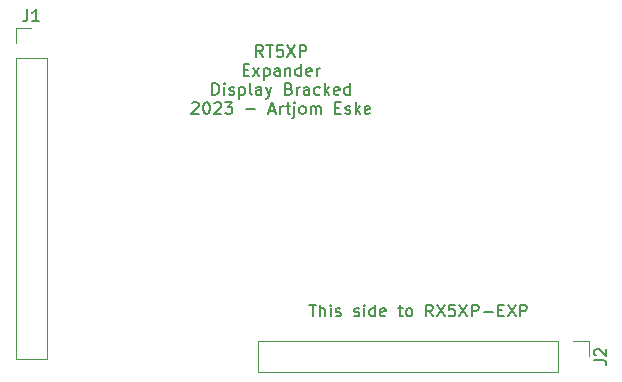
<source format=gbr>
%TF.GenerationSoftware,KiCad,Pcbnew,(6.0.8)*%
%TF.CreationDate,2023-03-11T21:42:28+01:00*%
%TF.ProjectId,RT5XP-EXP-Display,52543558-502d-4455-9850-2d446973706c,rev?*%
%TF.SameCoordinates,Original*%
%TF.FileFunction,Legend,Top*%
%TF.FilePolarity,Positive*%
%FSLAX46Y46*%
G04 Gerber Fmt 4.6, Leading zero omitted, Abs format (unit mm)*
G04 Created by KiCad (PCBNEW (6.0.8)) date 2023-03-11 21:42:28*
%MOMM*%
%LPD*%
G01*
G04 APERTURE LIST*
%ADD10C,0.150000*%
%ADD11C,0.120000*%
G04 APERTURE END LIST*
D10*
X24838095Y-23402380D02*
X25409523Y-23402380D01*
X25123809Y-24402380D02*
X25123809Y-23402380D01*
X25742857Y-24402380D02*
X25742857Y-23402380D01*
X26171428Y-24402380D02*
X26171428Y-23878571D01*
X26123809Y-23783333D01*
X26028571Y-23735714D01*
X25885714Y-23735714D01*
X25790476Y-23783333D01*
X25742857Y-23830952D01*
X26647619Y-24402380D02*
X26647619Y-23735714D01*
X26647619Y-23402380D02*
X26600000Y-23450000D01*
X26647619Y-23497619D01*
X26695238Y-23450000D01*
X26647619Y-23402380D01*
X26647619Y-23497619D01*
X27076190Y-24354761D02*
X27171428Y-24402380D01*
X27361904Y-24402380D01*
X27457142Y-24354761D01*
X27504761Y-24259523D01*
X27504761Y-24211904D01*
X27457142Y-24116666D01*
X27361904Y-24069047D01*
X27219047Y-24069047D01*
X27123809Y-24021428D01*
X27076190Y-23926190D01*
X27076190Y-23878571D01*
X27123809Y-23783333D01*
X27219047Y-23735714D01*
X27361904Y-23735714D01*
X27457142Y-23783333D01*
X28647619Y-24354761D02*
X28742857Y-24402380D01*
X28933333Y-24402380D01*
X29028571Y-24354761D01*
X29076190Y-24259523D01*
X29076190Y-24211904D01*
X29028571Y-24116666D01*
X28933333Y-24069047D01*
X28790476Y-24069047D01*
X28695238Y-24021428D01*
X28647619Y-23926190D01*
X28647619Y-23878571D01*
X28695238Y-23783333D01*
X28790476Y-23735714D01*
X28933333Y-23735714D01*
X29028571Y-23783333D01*
X29504761Y-24402380D02*
X29504761Y-23735714D01*
X29504761Y-23402380D02*
X29457142Y-23450000D01*
X29504761Y-23497619D01*
X29552380Y-23450000D01*
X29504761Y-23402380D01*
X29504761Y-23497619D01*
X30409523Y-24402380D02*
X30409523Y-23402380D01*
X30409523Y-24354761D02*
X30314285Y-24402380D01*
X30123809Y-24402380D01*
X30028571Y-24354761D01*
X29980952Y-24307142D01*
X29933333Y-24211904D01*
X29933333Y-23926190D01*
X29980952Y-23830952D01*
X30028571Y-23783333D01*
X30123809Y-23735714D01*
X30314285Y-23735714D01*
X30409523Y-23783333D01*
X31266666Y-24354761D02*
X31171428Y-24402380D01*
X30980952Y-24402380D01*
X30885714Y-24354761D01*
X30838095Y-24259523D01*
X30838095Y-23878571D01*
X30885714Y-23783333D01*
X30980952Y-23735714D01*
X31171428Y-23735714D01*
X31266666Y-23783333D01*
X31314285Y-23878571D01*
X31314285Y-23973809D01*
X30838095Y-24069047D01*
X32361904Y-23735714D02*
X32742857Y-23735714D01*
X32504761Y-23402380D02*
X32504761Y-24259523D01*
X32552380Y-24354761D01*
X32647619Y-24402380D01*
X32742857Y-24402380D01*
X33219047Y-24402380D02*
X33123809Y-24354761D01*
X33076190Y-24307142D01*
X33028571Y-24211904D01*
X33028571Y-23926190D01*
X33076190Y-23830952D01*
X33123809Y-23783333D01*
X33219047Y-23735714D01*
X33361904Y-23735714D01*
X33457142Y-23783333D01*
X33504761Y-23830952D01*
X33552380Y-23926190D01*
X33552380Y-24211904D01*
X33504761Y-24307142D01*
X33457142Y-24354761D01*
X33361904Y-24402380D01*
X33219047Y-24402380D01*
X35314285Y-24402380D02*
X34980952Y-23926190D01*
X34742857Y-24402380D02*
X34742857Y-23402380D01*
X35123809Y-23402380D01*
X35219047Y-23450000D01*
X35266666Y-23497619D01*
X35314285Y-23592857D01*
X35314285Y-23735714D01*
X35266666Y-23830952D01*
X35219047Y-23878571D01*
X35123809Y-23926190D01*
X34742857Y-23926190D01*
X35647619Y-23402380D02*
X36314285Y-24402380D01*
X36314285Y-23402380D02*
X35647619Y-24402380D01*
X37171428Y-23402380D02*
X36695238Y-23402380D01*
X36647619Y-23878571D01*
X36695238Y-23830952D01*
X36790476Y-23783333D01*
X37028571Y-23783333D01*
X37123809Y-23830952D01*
X37171428Y-23878571D01*
X37219047Y-23973809D01*
X37219047Y-24211904D01*
X37171428Y-24307142D01*
X37123809Y-24354761D01*
X37028571Y-24402380D01*
X36790476Y-24402380D01*
X36695238Y-24354761D01*
X36647619Y-24307142D01*
X37552380Y-23402380D02*
X38219047Y-24402380D01*
X38219047Y-23402380D02*
X37552380Y-24402380D01*
X38600000Y-24402380D02*
X38600000Y-23402380D01*
X38980952Y-23402380D01*
X39076190Y-23450000D01*
X39123809Y-23497619D01*
X39171428Y-23592857D01*
X39171428Y-23735714D01*
X39123809Y-23830952D01*
X39076190Y-23878571D01*
X38980952Y-23926190D01*
X38600000Y-23926190D01*
X39600000Y-24021428D02*
X40361904Y-24021428D01*
X40838095Y-23878571D02*
X41171428Y-23878571D01*
X41314285Y-24402380D02*
X40838095Y-24402380D01*
X40838095Y-23402380D01*
X41314285Y-23402380D01*
X41647619Y-23402380D02*
X42314285Y-24402380D01*
X42314285Y-23402380D02*
X41647619Y-24402380D01*
X42695238Y-24402380D02*
X42695238Y-23402380D01*
X43076190Y-23402380D01*
X43171428Y-23450000D01*
X43219047Y-23497619D01*
X43266666Y-23592857D01*
X43266666Y-23735714D01*
X43219047Y-23830952D01*
X43171428Y-23878571D01*
X43076190Y-23926190D01*
X42695238Y-23926190D01*
X20926190Y-2437380D02*
X20592857Y-1961190D01*
X20354761Y-2437380D02*
X20354761Y-1437380D01*
X20735714Y-1437380D01*
X20830952Y-1485000D01*
X20878571Y-1532619D01*
X20926190Y-1627857D01*
X20926190Y-1770714D01*
X20878571Y-1865952D01*
X20830952Y-1913571D01*
X20735714Y-1961190D01*
X20354761Y-1961190D01*
X21211904Y-1437380D02*
X21783333Y-1437380D01*
X21497619Y-2437380D02*
X21497619Y-1437380D01*
X22592857Y-1437380D02*
X22116666Y-1437380D01*
X22069047Y-1913571D01*
X22116666Y-1865952D01*
X22211904Y-1818333D01*
X22450000Y-1818333D01*
X22545238Y-1865952D01*
X22592857Y-1913571D01*
X22640476Y-2008809D01*
X22640476Y-2246904D01*
X22592857Y-2342142D01*
X22545238Y-2389761D01*
X22450000Y-2437380D01*
X22211904Y-2437380D01*
X22116666Y-2389761D01*
X22069047Y-2342142D01*
X22973809Y-1437380D02*
X23640476Y-2437380D01*
X23640476Y-1437380D02*
X22973809Y-2437380D01*
X24021428Y-2437380D02*
X24021428Y-1437380D01*
X24402380Y-1437380D01*
X24497619Y-1485000D01*
X24545238Y-1532619D01*
X24592857Y-1627857D01*
X24592857Y-1770714D01*
X24545238Y-1865952D01*
X24497619Y-1913571D01*
X24402380Y-1961190D01*
X24021428Y-1961190D01*
X19283333Y-3523571D02*
X19616666Y-3523571D01*
X19759523Y-4047380D02*
X19283333Y-4047380D01*
X19283333Y-3047380D01*
X19759523Y-3047380D01*
X20092857Y-4047380D02*
X20616666Y-3380714D01*
X20092857Y-3380714D02*
X20616666Y-4047380D01*
X20997619Y-3380714D02*
X20997619Y-4380714D01*
X20997619Y-3428333D02*
X21092857Y-3380714D01*
X21283333Y-3380714D01*
X21378571Y-3428333D01*
X21426190Y-3475952D01*
X21473809Y-3571190D01*
X21473809Y-3856904D01*
X21426190Y-3952142D01*
X21378571Y-3999761D01*
X21283333Y-4047380D01*
X21092857Y-4047380D01*
X20997619Y-3999761D01*
X22330952Y-4047380D02*
X22330952Y-3523571D01*
X22283333Y-3428333D01*
X22188095Y-3380714D01*
X21997619Y-3380714D01*
X21902380Y-3428333D01*
X22330952Y-3999761D02*
X22235714Y-4047380D01*
X21997619Y-4047380D01*
X21902380Y-3999761D01*
X21854761Y-3904523D01*
X21854761Y-3809285D01*
X21902380Y-3714047D01*
X21997619Y-3666428D01*
X22235714Y-3666428D01*
X22330952Y-3618809D01*
X22807142Y-3380714D02*
X22807142Y-4047380D01*
X22807142Y-3475952D02*
X22854761Y-3428333D01*
X22950000Y-3380714D01*
X23092857Y-3380714D01*
X23188095Y-3428333D01*
X23235714Y-3523571D01*
X23235714Y-4047380D01*
X24140476Y-4047380D02*
X24140476Y-3047380D01*
X24140476Y-3999761D02*
X24045238Y-4047380D01*
X23854761Y-4047380D01*
X23759523Y-3999761D01*
X23711904Y-3952142D01*
X23664285Y-3856904D01*
X23664285Y-3571190D01*
X23711904Y-3475952D01*
X23759523Y-3428333D01*
X23854761Y-3380714D01*
X24045238Y-3380714D01*
X24140476Y-3428333D01*
X24997619Y-3999761D02*
X24902380Y-4047380D01*
X24711904Y-4047380D01*
X24616666Y-3999761D01*
X24569047Y-3904523D01*
X24569047Y-3523571D01*
X24616666Y-3428333D01*
X24711904Y-3380714D01*
X24902380Y-3380714D01*
X24997619Y-3428333D01*
X25045238Y-3523571D01*
X25045238Y-3618809D01*
X24569047Y-3714047D01*
X25473809Y-4047380D02*
X25473809Y-3380714D01*
X25473809Y-3571190D02*
X25521428Y-3475952D01*
X25569047Y-3428333D01*
X25664285Y-3380714D01*
X25759523Y-3380714D01*
X16640476Y-5657380D02*
X16640476Y-4657380D01*
X16878571Y-4657380D01*
X17021428Y-4705000D01*
X17116666Y-4800238D01*
X17164285Y-4895476D01*
X17211904Y-5085952D01*
X17211904Y-5228809D01*
X17164285Y-5419285D01*
X17116666Y-5514523D01*
X17021428Y-5609761D01*
X16878571Y-5657380D01*
X16640476Y-5657380D01*
X17640476Y-5657380D02*
X17640476Y-4990714D01*
X17640476Y-4657380D02*
X17592857Y-4705000D01*
X17640476Y-4752619D01*
X17688095Y-4705000D01*
X17640476Y-4657380D01*
X17640476Y-4752619D01*
X18069047Y-5609761D02*
X18164285Y-5657380D01*
X18354761Y-5657380D01*
X18450000Y-5609761D01*
X18497619Y-5514523D01*
X18497619Y-5466904D01*
X18450000Y-5371666D01*
X18354761Y-5324047D01*
X18211904Y-5324047D01*
X18116666Y-5276428D01*
X18069047Y-5181190D01*
X18069047Y-5133571D01*
X18116666Y-5038333D01*
X18211904Y-4990714D01*
X18354761Y-4990714D01*
X18450000Y-5038333D01*
X18926190Y-4990714D02*
X18926190Y-5990714D01*
X18926190Y-5038333D02*
X19021428Y-4990714D01*
X19211904Y-4990714D01*
X19307142Y-5038333D01*
X19354761Y-5085952D01*
X19402380Y-5181190D01*
X19402380Y-5466904D01*
X19354761Y-5562142D01*
X19307142Y-5609761D01*
X19211904Y-5657380D01*
X19021428Y-5657380D01*
X18926190Y-5609761D01*
X19973809Y-5657380D02*
X19878571Y-5609761D01*
X19830952Y-5514523D01*
X19830952Y-4657380D01*
X20783333Y-5657380D02*
X20783333Y-5133571D01*
X20735714Y-5038333D01*
X20640476Y-4990714D01*
X20450000Y-4990714D01*
X20354761Y-5038333D01*
X20783333Y-5609761D02*
X20688095Y-5657380D01*
X20450000Y-5657380D01*
X20354761Y-5609761D01*
X20307142Y-5514523D01*
X20307142Y-5419285D01*
X20354761Y-5324047D01*
X20450000Y-5276428D01*
X20688095Y-5276428D01*
X20783333Y-5228809D01*
X21164285Y-4990714D02*
X21402380Y-5657380D01*
X21640476Y-4990714D02*
X21402380Y-5657380D01*
X21307142Y-5895476D01*
X21259523Y-5943095D01*
X21164285Y-5990714D01*
X23116666Y-5133571D02*
X23259523Y-5181190D01*
X23307142Y-5228809D01*
X23354761Y-5324047D01*
X23354761Y-5466904D01*
X23307142Y-5562142D01*
X23259523Y-5609761D01*
X23164285Y-5657380D01*
X22783333Y-5657380D01*
X22783333Y-4657380D01*
X23116666Y-4657380D01*
X23211904Y-4705000D01*
X23259523Y-4752619D01*
X23307142Y-4847857D01*
X23307142Y-4943095D01*
X23259523Y-5038333D01*
X23211904Y-5085952D01*
X23116666Y-5133571D01*
X22783333Y-5133571D01*
X23783333Y-5657380D02*
X23783333Y-4990714D01*
X23783333Y-5181190D02*
X23830952Y-5085952D01*
X23878571Y-5038333D01*
X23973809Y-4990714D01*
X24069047Y-4990714D01*
X24830952Y-5657380D02*
X24830952Y-5133571D01*
X24783333Y-5038333D01*
X24688095Y-4990714D01*
X24497619Y-4990714D01*
X24402380Y-5038333D01*
X24830952Y-5609761D02*
X24735714Y-5657380D01*
X24497619Y-5657380D01*
X24402380Y-5609761D01*
X24354761Y-5514523D01*
X24354761Y-5419285D01*
X24402380Y-5324047D01*
X24497619Y-5276428D01*
X24735714Y-5276428D01*
X24830952Y-5228809D01*
X25735714Y-5609761D02*
X25640476Y-5657380D01*
X25450000Y-5657380D01*
X25354761Y-5609761D01*
X25307142Y-5562142D01*
X25259523Y-5466904D01*
X25259523Y-5181190D01*
X25307142Y-5085952D01*
X25354761Y-5038333D01*
X25450000Y-4990714D01*
X25640476Y-4990714D01*
X25735714Y-5038333D01*
X26164285Y-5657380D02*
X26164285Y-4657380D01*
X26259523Y-5276428D02*
X26545238Y-5657380D01*
X26545238Y-4990714D02*
X26164285Y-5371666D01*
X27354761Y-5609761D02*
X27259523Y-5657380D01*
X27069047Y-5657380D01*
X26973809Y-5609761D01*
X26926190Y-5514523D01*
X26926190Y-5133571D01*
X26973809Y-5038333D01*
X27069047Y-4990714D01*
X27259523Y-4990714D01*
X27354761Y-5038333D01*
X27402380Y-5133571D01*
X27402380Y-5228809D01*
X26926190Y-5324047D01*
X28259523Y-5657380D02*
X28259523Y-4657380D01*
X28259523Y-5609761D02*
X28164285Y-5657380D01*
X27973809Y-5657380D01*
X27878571Y-5609761D01*
X27830952Y-5562142D01*
X27783333Y-5466904D01*
X27783333Y-5181190D01*
X27830952Y-5085952D01*
X27878571Y-5038333D01*
X27973809Y-4990714D01*
X28164285Y-4990714D01*
X28259523Y-5038333D01*
X14902380Y-6362619D02*
X14950000Y-6315000D01*
X15045238Y-6267380D01*
X15283333Y-6267380D01*
X15378571Y-6315000D01*
X15426190Y-6362619D01*
X15473809Y-6457857D01*
X15473809Y-6553095D01*
X15426190Y-6695952D01*
X14854761Y-7267380D01*
X15473809Y-7267380D01*
X16092857Y-6267380D02*
X16188095Y-6267380D01*
X16283333Y-6315000D01*
X16330952Y-6362619D01*
X16378571Y-6457857D01*
X16426190Y-6648333D01*
X16426190Y-6886428D01*
X16378571Y-7076904D01*
X16330952Y-7172142D01*
X16283333Y-7219761D01*
X16188095Y-7267380D01*
X16092857Y-7267380D01*
X15997619Y-7219761D01*
X15950000Y-7172142D01*
X15902380Y-7076904D01*
X15854761Y-6886428D01*
X15854761Y-6648333D01*
X15902380Y-6457857D01*
X15950000Y-6362619D01*
X15997619Y-6315000D01*
X16092857Y-6267380D01*
X16807142Y-6362619D02*
X16854761Y-6315000D01*
X16950000Y-6267380D01*
X17188095Y-6267380D01*
X17283333Y-6315000D01*
X17330952Y-6362619D01*
X17378571Y-6457857D01*
X17378571Y-6553095D01*
X17330952Y-6695952D01*
X16759523Y-7267380D01*
X17378571Y-7267380D01*
X17711904Y-6267380D02*
X18330952Y-6267380D01*
X17997619Y-6648333D01*
X18140476Y-6648333D01*
X18235714Y-6695952D01*
X18283333Y-6743571D01*
X18330952Y-6838809D01*
X18330952Y-7076904D01*
X18283333Y-7172142D01*
X18235714Y-7219761D01*
X18140476Y-7267380D01*
X17854761Y-7267380D01*
X17759523Y-7219761D01*
X17711904Y-7172142D01*
X19521428Y-6886428D02*
X20283333Y-6886428D01*
X21473809Y-6981666D02*
X21950000Y-6981666D01*
X21378571Y-7267380D02*
X21711904Y-6267380D01*
X22045238Y-7267380D01*
X22378571Y-7267380D02*
X22378571Y-6600714D01*
X22378571Y-6791190D02*
X22426190Y-6695952D01*
X22473809Y-6648333D01*
X22569047Y-6600714D01*
X22664285Y-6600714D01*
X22854761Y-6600714D02*
X23235714Y-6600714D01*
X22997619Y-6267380D02*
X22997619Y-7124523D01*
X23045238Y-7219761D01*
X23140476Y-7267380D01*
X23235714Y-7267380D01*
X23569047Y-6600714D02*
X23569047Y-7457857D01*
X23521428Y-7553095D01*
X23426190Y-7600714D01*
X23378571Y-7600714D01*
X23569047Y-6267380D02*
X23521428Y-6315000D01*
X23569047Y-6362619D01*
X23616666Y-6315000D01*
X23569047Y-6267380D01*
X23569047Y-6362619D01*
X24188095Y-7267380D02*
X24092857Y-7219761D01*
X24045238Y-7172142D01*
X23997619Y-7076904D01*
X23997619Y-6791190D01*
X24045238Y-6695952D01*
X24092857Y-6648333D01*
X24188095Y-6600714D01*
X24330952Y-6600714D01*
X24426190Y-6648333D01*
X24473809Y-6695952D01*
X24521428Y-6791190D01*
X24521428Y-7076904D01*
X24473809Y-7172142D01*
X24426190Y-7219761D01*
X24330952Y-7267380D01*
X24188095Y-7267380D01*
X24950000Y-7267380D02*
X24950000Y-6600714D01*
X24950000Y-6695952D02*
X24997619Y-6648333D01*
X25092857Y-6600714D01*
X25235714Y-6600714D01*
X25330952Y-6648333D01*
X25378571Y-6743571D01*
X25378571Y-7267380D01*
X25378571Y-6743571D02*
X25426190Y-6648333D01*
X25521428Y-6600714D01*
X25664285Y-6600714D01*
X25759523Y-6648333D01*
X25807142Y-6743571D01*
X25807142Y-7267380D01*
X27045238Y-6743571D02*
X27378571Y-6743571D01*
X27521428Y-7267380D02*
X27045238Y-7267380D01*
X27045238Y-6267380D01*
X27521428Y-6267380D01*
X27902380Y-7219761D02*
X27997619Y-7267380D01*
X28188095Y-7267380D01*
X28283333Y-7219761D01*
X28330952Y-7124523D01*
X28330952Y-7076904D01*
X28283333Y-6981666D01*
X28188095Y-6934047D01*
X28045238Y-6934047D01*
X27950000Y-6886428D01*
X27902380Y-6791190D01*
X27902380Y-6743571D01*
X27950000Y-6648333D01*
X28045238Y-6600714D01*
X28188095Y-6600714D01*
X28283333Y-6648333D01*
X28759523Y-7267380D02*
X28759523Y-6267380D01*
X28854761Y-6886428D02*
X29140476Y-7267380D01*
X29140476Y-6600714D02*
X28759523Y-6981666D01*
X29950000Y-7219761D02*
X29854761Y-7267380D01*
X29664285Y-7267380D01*
X29569047Y-7219761D01*
X29521428Y-7124523D01*
X29521428Y-6743571D01*
X29569047Y-6648333D01*
X29664285Y-6600714D01*
X29854761Y-6600714D01*
X29950000Y-6648333D01*
X29997619Y-6743571D01*
X29997619Y-6838809D01*
X29521428Y-6934047D01*
%TO.C,J1*%
X966666Y1577619D02*
X966666Y863333D01*
X919047Y720476D01*
X823809Y625238D01*
X680952Y577619D01*
X585714Y577619D01*
X1966666Y577619D02*
X1395238Y577619D01*
X1680952Y577619D02*
X1680952Y1577619D01*
X1585714Y1434761D01*
X1490476Y1339523D01*
X1395238Y1291904D01*
%TO.C,J2*%
X48982380Y-28133333D02*
X49696666Y-28133333D01*
X49839523Y-28180952D01*
X49934761Y-28276190D01*
X49982380Y-28419047D01*
X49982380Y-28514285D01*
X49077619Y-27704761D02*
X49030000Y-27657142D01*
X48982380Y-27561904D01*
X48982380Y-27323809D01*
X49030000Y-27228571D01*
X49077619Y-27180952D01*
X49172857Y-27133333D01*
X49268095Y-27133333D01*
X49410952Y-27180952D01*
X49982380Y-27752380D01*
X49982380Y-27133333D01*
D11*
%TO.C,J1*%
X-30000Y30000D02*
X1300000Y30000D01*
X-30000Y-2570000D02*
X-30000Y-28030000D01*
X-30000Y-28030000D02*
X2630000Y-28030000D01*
X-30000Y-2570000D02*
X2630000Y-2570000D01*
X2630000Y-2570000D02*
X2630000Y-28030000D01*
X-30000Y-1300000D02*
X-30000Y30000D01*
%TO.C,J2*%
X47200000Y-26470000D02*
X48530000Y-26470000D01*
X45930000Y-29130000D02*
X20470000Y-29130000D01*
X45930000Y-26470000D02*
X45930000Y-29130000D01*
X20470000Y-26470000D02*
X20470000Y-29130000D01*
X45930000Y-26470000D02*
X20470000Y-26470000D01*
X48530000Y-26470000D02*
X48530000Y-27800000D01*
%TD*%
M02*

</source>
